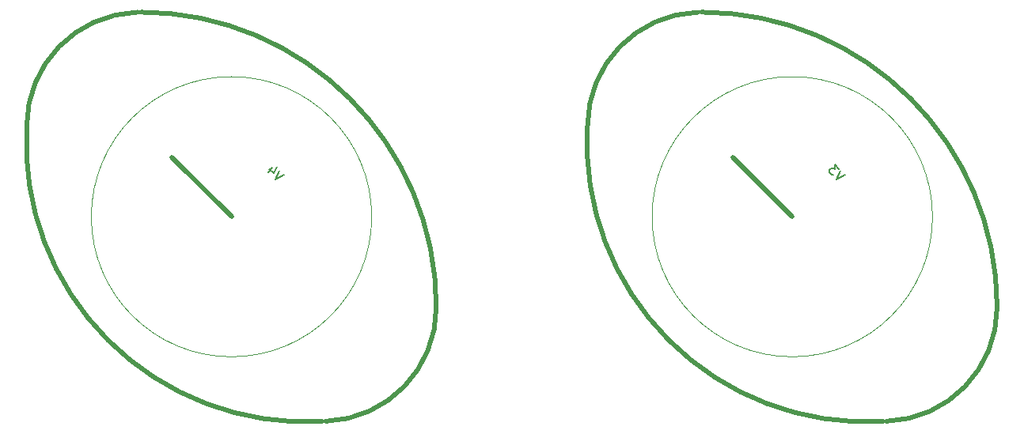
<source format=gbr>
%TF.GenerationSoftware,KiCad,Pcbnew,(5.1.6)-1*%
%TF.CreationDate,2020-10-25T20:05:07+00:00*%
%TF.ProjectId,QuadNew1 - Copy (2),51756164-4e65-4773-9120-2d20436f7079,rev?*%
%TF.SameCoordinates,Original*%
%TF.FileFunction,Legend,Bot*%
%TF.FilePolarity,Positive*%
%FSLAX46Y46*%
G04 Gerber Fmt 4.6, Leading zero omitted, Abs format (unit mm)*
G04 Created by KiCad (PCBNEW (5.1.6)-1) date 2020-10-25 20:05:07*
%MOMM*%
%LPD*%
G01*
G04 APERTURE LIST*
%ADD10C,0.120000*%
%ADD11C,0.500000*%
%ADD12C,0.150000*%
G04 APERTURE END LIST*
D10*
%TO.C,V3*%
X210000000Y-83000000D02*
G75*
G03*
X210000000Y-83000000I-15000000J0D01*
G01*
D11*
X195000000Y-83000000D02*
X188636039Y-76636039D01*
X173088176Y-73301325D02*
G75*
G03*
X204698677Y-104911824I29814449J-1796050D01*
G01*
X205082301Y-104905798D02*
G75*
G03*
X216911824Y-92698677I-383624J12207121D01*
G01*
X184931397Y-61093780D02*
G75*
G03*
X173088176Y-73301323I369926J-12207543D01*
G01*
X216911824Y-92698677D02*
G75*
G03*
X185301323Y-61088176I-31610501J0D01*
G01*
%TO.C,V4*%
X135000000Y-83000000D02*
X128636039Y-76636039D01*
D10*
X150000000Y-83000000D02*
G75*
G03*
X150000000Y-83000000I-15000000J0D01*
G01*
D11*
X156911824Y-92698677D02*
G75*
G03*
X125301323Y-61088176I-31610501J0D01*
G01*
X124931397Y-61093780D02*
G75*
G03*
X113088176Y-73301323I369926J-12207543D01*
G01*
X145082301Y-104905798D02*
G75*
G03*
X156911824Y-92698677I-383624J12207121D01*
G01*
X113088176Y-73301325D02*
G75*
G03*
X144698677Y-104911824I29814449J-1796050D01*
G01*
%TO.C,V3*%
D12*
X200629377Y-78515461D02*
X199686568Y-78986866D01*
X200157973Y-78044057D01*
X199989614Y-77875698D02*
X199551881Y-77437965D01*
X199518210Y-77943041D01*
X199417194Y-77842026D01*
X199316179Y-77808354D01*
X199248836Y-77808354D01*
X199147820Y-77842026D01*
X198979462Y-78010385D01*
X198945790Y-78111400D01*
X198945790Y-78178744D01*
X198979462Y-78279759D01*
X199181492Y-78481789D01*
X199282507Y-78515461D01*
X199349851Y-78515461D01*
%TO.C,V4*%
X140629377Y-78515461D02*
X139686568Y-78986866D01*
X140157973Y-78044057D01*
X139383523Y-77741011D02*
X138912118Y-78212415D01*
X139821255Y-77639996D02*
X139484538Y-78313431D01*
X139046805Y-77875698D01*
%TD*%
M02*

</source>
